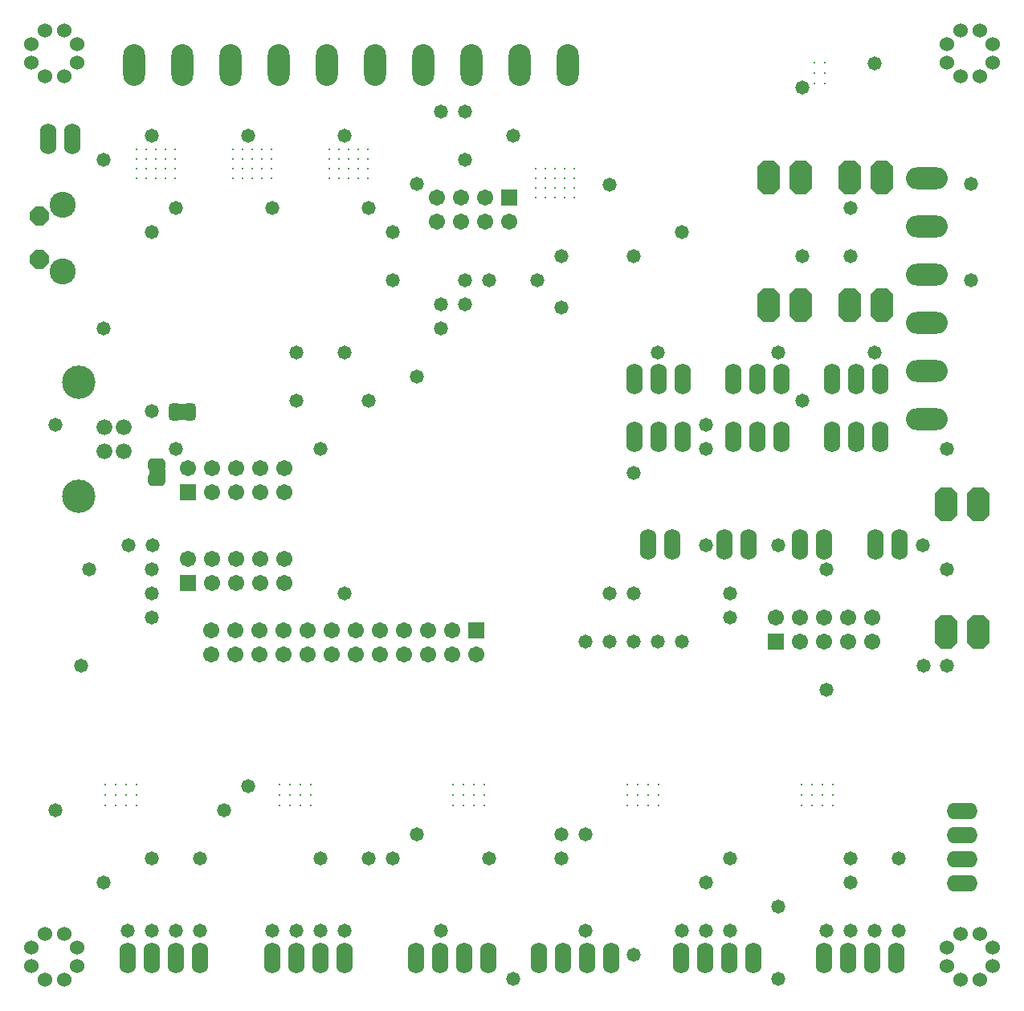
<source format=gbs>
G04*
G04 #@! TF.GenerationSoftware,Altium Limited,Altium Designer,18.1.7 (191)*
G04*
G04 Layer_Color=16711935*
%FSLAX25Y25*%
%MOIN*%
G70*
G01*
G75*
%ADD181C,0.06000*%
%ADD184O,0.06800X0.12800*%
%ADD185O,0.12800X0.06800*%
%ADD186C,0.06706*%
%ADD187R,0.06706X0.06706*%
G04:AMPARAMS|DCode=188|XSize=141mil|YSize=91mil|CornerRadius=0mil|HoleSize=0mil|Usage=FLASHONLY|Rotation=90.000|XOffset=0mil|YOffset=0mil|HoleType=Round|Shape=Octagon|*
%AMOCTAGOND188*
4,1,8,0.02275,0.07050,-0.02275,0.07050,-0.04550,0.04775,-0.04550,-0.04775,-0.02275,-0.07050,0.02275,-0.07050,0.04550,-0.04775,0.04550,0.04775,0.02275,0.07050,0.0*
%
%ADD188OCTAGOND188*%

%ADD189O,0.17300X0.09050*%
%ADD190O,0.09050X0.17300*%
%ADD191C,0.10800*%
%ADD192P,0.08443X8X292.5*%
%ADD193C,0.13850*%
%ADD194C,0.06600*%
%ADD195C,0.01000*%
%ADD301C,0.05800*%
%ADD336R,0.03543X0.07045*%
%ADD337R,0.07045X0.03543*%
G04:AMPARAMS|DCode=338|XSize=58mil|YSize=58mil|CornerRadius=29mil|HoleSize=0mil|Usage=FLASHONLY|Rotation=90.000|XOffset=0mil|YOffset=0mil|HoleType=Round|Shape=RoundedRectangle|*
%AMROUNDEDRECTD338*
21,1,0.05800,0.00000,0,0,90.0*
21,1,0.00000,0.05800,0,0,90.0*
1,1,0.05800,0.00000,0.00000*
1,1,0.05800,0.00000,0.00000*
1,1,0.05800,0.00000,0.00000*
1,1,0.05800,0.00000,0.00000*
%
%ADD338ROUNDEDRECTD338*%
G04:AMPARAMS|DCode=339|XSize=54mil|YSize=71mil|CornerRadius=15.5mil|HoleSize=0mil|Usage=FLASHONLY|Rotation=180.000|XOffset=0mil|YOffset=0mil|HoleType=Round|Shape=RoundedRectangle|*
%AMROUNDEDRECTD339*
21,1,0.05400,0.04000,0,0,180.0*
21,1,0.02300,0.07100,0,0,180.0*
1,1,0.03100,-0.01150,0.02000*
1,1,0.03100,0.01150,0.02000*
1,1,0.03100,0.01150,-0.02000*
1,1,0.03100,-0.01150,-0.02000*
%
%ADD339ROUNDEDRECTD339*%
G04:AMPARAMS|DCode=340|XSize=54mil|YSize=71mil|CornerRadius=15.5mil|HoleSize=0mil|Usage=FLASHONLY|Rotation=90.000|XOffset=0mil|YOffset=0mil|HoleType=Round|Shape=RoundedRectangle|*
%AMROUNDEDRECTD340*
21,1,0.05400,0.04000,0,0,90.0*
21,1,0.02300,0.07100,0,0,90.0*
1,1,0.03100,0.02000,0.01150*
1,1,0.03100,0.02000,-0.01150*
1,1,0.03100,-0.02000,-0.01150*
1,1,0.03100,-0.02000,0.01150*
%
%ADD340ROUNDEDRECTD340*%
G54D181*
X-326563Y-130197D02*
D03*
X-334437D02*
D03*
X-339949Y-124685D02*
D03*
Y-116811D02*
D03*
X-334437Y-111299D02*
D03*
X-326563D02*
D03*
X-321051Y-116811D02*
D03*
Y-124685D02*
D03*
X-326563Y244803D02*
D03*
X-334437D02*
D03*
X-339949Y250315D02*
D03*
Y258189D02*
D03*
X-334437Y263701D02*
D03*
X-326563D02*
D03*
X-321051Y258189D02*
D03*
Y250315D02*
D03*
X53437Y244803D02*
D03*
X45563D02*
D03*
X40051Y250315D02*
D03*
Y258189D02*
D03*
X45563Y263701D02*
D03*
X53437D02*
D03*
X58949Y258189D02*
D03*
Y250315D02*
D03*
X53437Y-130197D02*
D03*
X45563D02*
D03*
X40051Y-124685D02*
D03*
Y-116811D02*
D03*
X45563Y-111299D02*
D03*
X53437D02*
D03*
X58949Y-116811D02*
D03*
Y-124685D02*
D03*
G54D184*
X-323100Y218752D02*
D03*
X-333100D02*
D03*
X-7700Y95152D02*
D03*
X2300D02*
D03*
X12300D02*
D03*
X-48750D02*
D03*
X-38750D02*
D03*
X-28750D02*
D03*
X-89800D02*
D03*
X-79800D02*
D03*
X-69800D02*
D03*
X12300Y119152D02*
D03*
X2300D02*
D03*
X-7700D02*
D03*
X-28750D02*
D03*
X-38750D02*
D03*
X-48750D02*
D03*
X-69800D02*
D03*
X-79800D02*
D03*
X-89800D02*
D03*
X20300Y50552D02*
D03*
X10300D02*
D03*
X-11000D02*
D03*
X-21000D02*
D03*
X-42500D02*
D03*
X-52500D02*
D03*
X-74200D02*
D03*
X-84200D02*
D03*
X19000Y-121248D02*
D03*
X9000D02*
D03*
X-1000D02*
D03*
X-11000D02*
D03*
X-40500D02*
D03*
X-50500D02*
D03*
X-60500D02*
D03*
X-70500D02*
D03*
X-99500D02*
D03*
X-109500D02*
D03*
X-119500D02*
D03*
X-129500D02*
D03*
X-150500D02*
D03*
X-160500D02*
D03*
X-170500D02*
D03*
X-180500D02*
D03*
X-210000D02*
D03*
X-220000D02*
D03*
X-230000D02*
D03*
X-240000D02*
D03*
X-270000D02*
D03*
X-280000D02*
D03*
X-290000D02*
D03*
X-300000D02*
D03*
G54D185*
X46300Y-60248D02*
D03*
Y-70248D02*
D03*
Y-80248D02*
D03*
Y-90248D02*
D03*
G54D186*
X8976Y20138D02*
D03*
Y10138D02*
D03*
X-1024Y20138D02*
D03*
Y10138D02*
D03*
X-11024Y20138D02*
D03*
Y10138D02*
D03*
X-21024Y20138D02*
D03*
Y10138D02*
D03*
X-31024Y20138D02*
D03*
X-235200Y44552D02*
D03*
Y34552D02*
D03*
X-245200Y44552D02*
D03*
Y34552D02*
D03*
X-255200Y44552D02*
D03*
Y34552D02*
D03*
X-265200Y44552D02*
D03*
Y34552D02*
D03*
X-275200Y44552D02*
D03*
X-235200Y82046D02*
D03*
Y72046D02*
D03*
X-245200Y82046D02*
D03*
Y72046D02*
D03*
X-255200Y82046D02*
D03*
Y72046D02*
D03*
X-265200Y82046D02*
D03*
Y72046D02*
D03*
X-275200Y82046D02*
D03*
X-155400Y4852D02*
D03*
X-165400Y14852D02*
D03*
Y4852D02*
D03*
X-175400Y14852D02*
D03*
Y4852D02*
D03*
X-185400Y14852D02*
D03*
Y4852D02*
D03*
X-195400Y14852D02*
D03*
Y4852D02*
D03*
X-205400Y14852D02*
D03*
Y4852D02*
D03*
X-215400Y14852D02*
D03*
Y4852D02*
D03*
X-225400Y14852D02*
D03*
Y4852D02*
D03*
X-235400Y14852D02*
D03*
Y4852D02*
D03*
X-245400Y14852D02*
D03*
Y4852D02*
D03*
X-255400Y14852D02*
D03*
Y4852D02*
D03*
X-265400Y14852D02*
D03*
Y4852D02*
D03*
X-171700Y184552D02*
D03*
Y194552D02*
D03*
X-161700Y184552D02*
D03*
Y194552D02*
D03*
X-151700Y184552D02*
D03*
Y194552D02*
D03*
X-141700Y184552D02*
D03*
G54D187*
X-31024Y10138D02*
D03*
X-275200Y34552D02*
D03*
Y72046D02*
D03*
X-155400Y14852D02*
D03*
X-141700Y194552D02*
D03*
G54D188*
X-34000Y202652D02*
D03*
X-20600D02*
D03*
Y149652D02*
D03*
X-34000D02*
D03*
X-400Y202652D02*
D03*
X13000D02*
D03*
Y149652D02*
D03*
X-400D02*
D03*
X52932Y67130D02*
D03*
X39532D02*
D03*
Y14130D02*
D03*
X52932D02*
D03*
G54D189*
X31563Y102500D02*
D03*
Y122500D02*
D03*
Y142500D02*
D03*
Y162500D02*
D03*
Y202500D02*
D03*
Y182500D02*
D03*
G54D190*
X-297500Y249452D02*
D03*
X-277500D02*
D03*
X-257500D02*
D03*
X-237500D02*
D03*
X-217500D02*
D03*
X-197500D02*
D03*
X-177500D02*
D03*
X-157500D02*
D03*
X-137500D02*
D03*
X-117500D02*
D03*
G54D191*
X-327100Y163952D02*
D03*
Y191552D02*
D03*
G54D192*
X-336900Y168852D02*
D03*
Y186652D02*
D03*
G54D193*
X-320500Y70552D02*
D03*
Y117874D02*
D03*
G54D194*
X-309800Y89252D02*
D03*
Y99173D02*
D03*
X-301900D02*
D03*
Y89252D02*
D03*
G54D195*
X-309412Y-53484D02*
D03*
Y-49153D02*
D03*
X-305081Y-57815D02*
D03*
Y-53484D02*
D03*
Y-49153D02*
D03*
X-300750Y-57815D02*
D03*
Y-53484D02*
D03*
Y-49153D02*
D03*
X-296420Y-57815D02*
D03*
Y-53484D02*
D03*
Y-49153D02*
D03*
X-309412Y-57815D02*
D03*
X-92680D02*
D03*
X-79687Y-49153D02*
D03*
Y-53484D02*
D03*
Y-57815D02*
D03*
X-84018Y-49153D02*
D03*
Y-53484D02*
D03*
Y-57815D02*
D03*
X-88349Y-49153D02*
D03*
Y-53484D02*
D03*
Y-57815D02*
D03*
X-92680Y-49153D02*
D03*
Y-53484D02*
D03*
X-20435D02*
D03*
Y-49153D02*
D03*
X-16105Y-57815D02*
D03*
Y-53484D02*
D03*
Y-49153D02*
D03*
X-11774Y-57815D02*
D03*
Y-53484D02*
D03*
Y-49153D02*
D03*
X-7443Y-57815D02*
D03*
Y-53484D02*
D03*
Y-49153D02*
D03*
X-20435Y-57815D02*
D03*
X-237168D02*
D03*
X-224176Y-49153D02*
D03*
Y-53484D02*
D03*
Y-57815D02*
D03*
X-228506Y-49153D02*
D03*
Y-53484D02*
D03*
Y-57815D02*
D03*
X-232837Y-49153D02*
D03*
Y-53484D02*
D03*
Y-57815D02*
D03*
X-237168Y-49153D02*
D03*
Y-53484D02*
D03*
X-164924D02*
D03*
Y-49153D02*
D03*
X-160593Y-57815D02*
D03*
Y-53484D02*
D03*
Y-49153D02*
D03*
X-156262Y-57815D02*
D03*
Y-53484D02*
D03*
Y-49153D02*
D03*
X-151932Y-57815D02*
D03*
Y-53484D02*
D03*
Y-49153D02*
D03*
X-164924Y-57815D02*
D03*
X-118850Y194454D02*
D03*
X-114850D02*
D03*
Y198454D02*
D03*
X-118850D02*
D03*
Y202454D02*
D03*
X-114850D02*
D03*
Y206454D02*
D03*
X-118850D02*
D03*
X-126850D02*
D03*
X-130850D02*
D03*
Y202454D02*
D03*
X-126850D02*
D03*
Y198454D02*
D03*
X-130850D02*
D03*
Y194454D02*
D03*
X-126850D02*
D03*
X-122850D02*
D03*
Y198454D02*
D03*
Y206454D02*
D03*
Y202454D02*
D03*
X-208400Y210454D02*
D03*
Y214454D02*
D03*
Y206454D02*
D03*
Y202454D02*
D03*
X-212400D02*
D03*
X-216400D02*
D03*
Y206454D02*
D03*
X-212400D02*
D03*
Y210454D02*
D03*
X-216400D02*
D03*
Y214454D02*
D03*
X-212400D02*
D03*
X-204400D02*
D03*
X-200400D02*
D03*
Y210454D02*
D03*
X-204400D02*
D03*
Y206454D02*
D03*
X-200400D02*
D03*
Y202454D02*
D03*
X-204400D02*
D03*
X-244500D02*
D03*
X-240500D02*
D03*
Y206454D02*
D03*
X-244500D02*
D03*
Y210454D02*
D03*
X-240500D02*
D03*
Y214454D02*
D03*
X-244500D02*
D03*
X-252500D02*
D03*
X-256500D02*
D03*
Y210454D02*
D03*
X-252500D02*
D03*
Y206454D02*
D03*
X-256500D02*
D03*
Y202454D02*
D03*
X-252500D02*
D03*
X-248500D02*
D03*
Y206454D02*
D03*
Y214454D02*
D03*
Y210454D02*
D03*
X-288350D02*
D03*
Y214454D02*
D03*
Y206454D02*
D03*
Y202454D02*
D03*
X-292350D02*
D03*
X-296350D02*
D03*
Y206454D02*
D03*
X-292350D02*
D03*
Y210454D02*
D03*
X-296350D02*
D03*
Y214454D02*
D03*
X-292350D02*
D03*
X-284350D02*
D03*
X-280350D02*
D03*
Y210454D02*
D03*
X-284350D02*
D03*
Y206454D02*
D03*
X-280350D02*
D03*
Y202454D02*
D03*
X-284350D02*
D03*
X-10600Y241939D02*
D03*
X-14931D02*
D03*
X-10600Y246270D02*
D03*
X-14931D02*
D03*
X-10600Y250601D02*
D03*
X-14931D02*
D03*
G54D301*
X-60000Y100000D02*
D03*
X-90000Y80000D02*
D03*
X-30000Y130000D02*
D03*
X-60000Y90000D02*
D03*
X10000Y130000D02*
D03*
X-20000Y110000D02*
D03*
X-100000Y199700D02*
D03*
X-120000Y170000D02*
D03*
X20000Y-110000D02*
D03*
X10000D02*
D03*
X0D02*
D03*
X20000Y-80000D02*
D03*
X0D02*
D03*
Y-90000D02*
D03*
X-30000Y-100000D02*
D03*
Y-130000D02*
D03*
X-50000Y-110000D02*
D03*
X-60000D02*
D03*
X-70000D02*
D03*
X0Y190000D02*
D03*
X-20000Y170000D02*
D03*
X0D02*
D03*
X50000Y160000D02*
D03*
X-20000Y240000D02*
D03*
X40000Y40000D02*
D03*
X-330000Y100000D02*
D03*
X-290087Y105649D02*
D03*
X-170000Y230000D02*
D03*
X40000Y0D02*
D03*
Y90000D02*
D03*
X-160000Y230000D02*
D03*
X-310000Y210000D02*
D03*
X-90000Y170000D02*
D03*
X-70000Y180000D02*
D03*
X-100000Y10000D02*
D03*
X-110000D02*
D03*
X-290000Y220000D02*
D03*
X-250000D02*
D03*
X-210000D02*
D03*
X50000Y200000D02*
D03*
X-140000Y-130000D02*
D03*
X-170000Y-110000D02*
D03*
X-90000Y-120000D02*
D03*
X-110000Y-110000D02*
D03*
X-90000Y30000D02*
D03*
X-80000Y130000D02*
D03*
X-180000Y120000D02*
D03*
X-150000Y160000D02*
D03*
X-160000Y150000D02*
D03*
Y160000D02*
D03*
X-210000Y-110000D02*
D03*
X-220000D02*
D03*
X-230000D02*
D03*
X-240000D02*
D03*
X-270000D02*
D03*
X-280000D02*
D03*
X-290000D02*
D03*
X-299993Y-109993D02*
D03*
X-270000Y-80000D02*
D03*
X-290000D02*
D03*
X-310000Y-90000D02*
D03*
X-330000Y-60000D02*
D03*
X-200000Y-80000D02*
D03*
X-220000D02*
D03*
X-250000Y-50000D02*
D03*
X-260000Y-60000D02*
D03*
X-120000Y-80000D02*
D03*
X-150000D02*
D03*
X-180000Y-70000D02*
D03*
X-190000Y-80000D02*
D03*
X-50000D02*
D03*
X-60000Y-90000D02*
D03*
X-110000Y-70000D02*
D03*
X-120000D02*
D03*
X-50000Y20000D02*
D03*
X-90000Y10000D02*
D03*
X-70000D02*
D03*
X-100000Y30000D02*
D03*
X-50000D02*
D03*
X-80000Y10000D02*
D03*
X-10000Y40000D02*
D03*
X-30000Y50000D02*
D03*
X-60000D02*
D03*
X-120000Y148852D02*
D03*
X-210000Y30000D02*
D03*
X-289791Y50000D02*
D03*
X-290000Y30000D02*
D03*
X30000Y50000D02*
D03*
X-220000Y90000D02*
D03*
X-319400Y252D02*
D03*
X-290000Y40000D02*
D03*
Y20000D02*
D03*
X-316000Y40000D02*
D03*
X-299791Y50000D02*
D03*
X-280000Y90000D02*
D03*
X-230000Y110000D02*
D03*
X-200000D02*
D03*
X-170000Y140000D02*
D03*
X-190000Y160000D02*
D03*
X-130000D02*
D03*
X-160000Y210000D02*
D03*
X-210000Y130000D02*
D03*
X-230000D02*
D03*
X-190000Y180000D02*
D03*
X-180000Y200000D02*
D03*
X-200000Y190000D02*
D03*
X-240000D02*
D03*
X-280000D02*
D03*
X-290000Y180000D02*
D03*
X-310000Y140000D02*
D03*
X-10000Y-110000D02*
D03*
X-170000Y150000D02*
D03*
X-140000Y220000D02*
D03*
G54D336*
X-277390Y105393D02*
D03*
G54D337*
X-287844Y80216D02*
D03*
G54D338*
X30328Y177D02*
D03*
X-10000Y-10000D02*
D03*
X10000Y250000D02*
D03*
G54D339*
X-274488Y105315D02*
D03*
X-280488D02*
D03*
G54D340*
X-287921Y83315D02*
D03*
Y77315D02*
D03*
M02*

</source>
